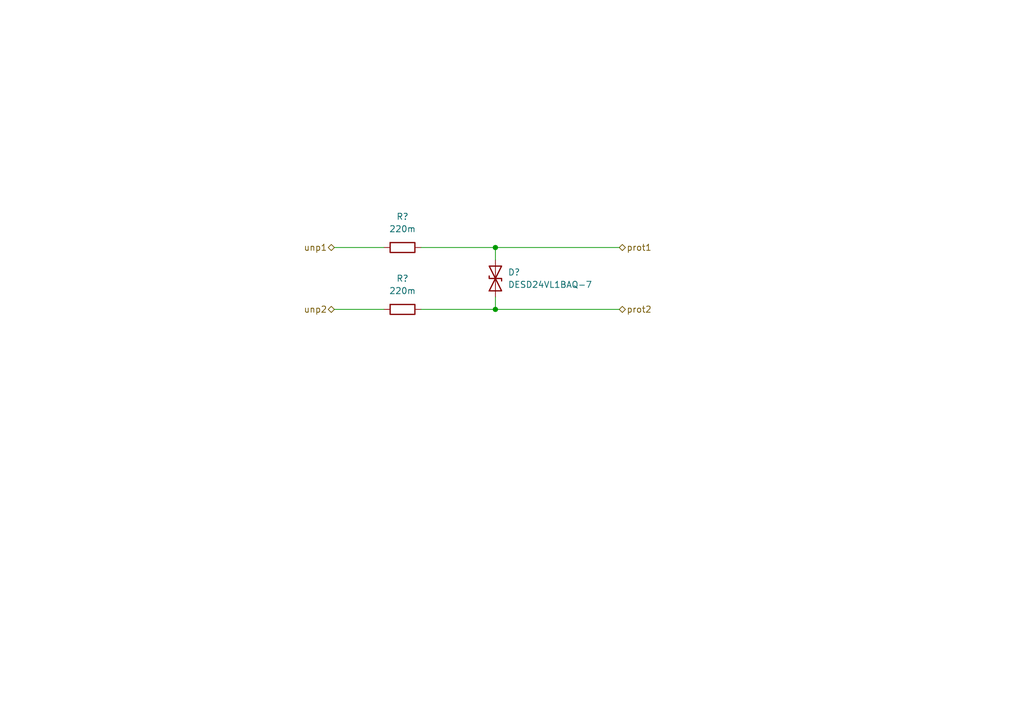
<source format=kicad_sch>
(kicad_sch (version 20250114) (generator "eeschema") (generator_version "9.0")
  (paper "A5")
  (title_block (title "${Project Title}") (date "2025-04-28") (rev "${Revision}") (comment 1 "${Designed By}"))
  (lib_symbols
    (symbol "Device:D_TVS" (pin_numbers (hide yes)) (pin_names (offset 1.016) (hide yes))
      (property "Reference" "D" (at 0 2.54 0))
      (property "Value" "D_TVS" (at 0 -2.54 0))
      (symbol "D_TVS_0_1"
        (polyline (pts (xy -2.54 1.27) (xy -2.54 -1.27) (xy 2.54 1.27) (xy 2.54 -1.27) (xy -2.54 1.27)) (stroke (width 0.254)))
        (polyline (pts (xy 0.508 1.27) (xy 0 1.27) (xy 0 -1.27) (xy -0.508 -1.27)) (stroke (width 0.254)))
        (polyline (pts (xy 1.27 0) (xy -1.27 0)))
      )
      (symbol "D_TVS_1_1"
        (pin passive line (at -3.81 0 0) (length 2.54) (name "A1") (number "1"))
        (pin passive line (at 3.81 0 180) (length 2.54) (name "A2") (number "2"))
      )
    )
    (symbol "Device:R" (pin_numbers (hide yes)) (pin_names (offset 0))
      (property "Reference" "R" (at 2.032 0 90))
      (property "Value" "R" (at 0 0 90))
      (symbol "R_0_1"
        (rectangle (start -1.016 -2.54) (end 1.016 2.54) (stroke (width 0.254)))
      )
      (symbol "R_1_1"
        (pin passive line (at 0 3.81 270) (length 1.27) (name "~") (number "1"))
        (pin passive line (at 0 -3.81 90) (length 1.27) (name "~") (number "2"))
      )
    )
  )
  (junction (at 101.6 50.8))
  (junction (at 101.6 63.5))
  (wire (pts (xy 101.6 60.96) (xy 101.6 63.5)))
  (wire (pts (xy 78.74 63.5) (xy 68.58 63.5)))
  (wire (pts (xy 68.58 50.8) (xy 78.74 50.8)))
  (wire (pts (xy 86.36 50.8) (xy 101.6 50.8)))
  (wire (pts (xy 101.6 50.8) (xy 101.6 53.34)))
  (wire (pts (xy 101.6 63.5) (xy 127 63.5)))
  (wire (pts (xy 101.6 63.5) (xy 86.36 63.5)))
  (wire (pts (xy 101.6 50.8) (xy 127 50.8)))
  (hierarchical_label "unp1" (shape bidirectional) (at 68.58 50.8 180))
  (hierarchical_label "prot1" (shape bidirectional) (at 127 50.8 0))
  (hierarchical_label "prot2" (shape bidirectional) (at 127 63.5 0))
  (hierarchical_label "unp2" (shape bidirectional) (at 68.58 63.5 180))
  (symbol (lib_id "Device:R") (at 82.55 50.8 90) (unit 1)
    (property "Reference" "R?" (at 82.55 44.45 90))
    (property "Value" "220m" (at 82.55 46.99 90))
    (property "Datasheet" "https://industrial.panasonic.com/cdbs/www-data/pdf/RDN0000/AOA0000C313.pdf" (effects (hide yes)))
    (property "Description" "Resistor" (effects (hide yes)))
    (property "Partnumber" "ERJ-3RQJR22V" (effects (hide yes)))
  )
  (symbol (lib_id "Device:R") (at 82.55 63.5 90) (unit 1)
    (property "Reference" "R?" (at 82.55 57.15 90))
    (property "Value" "220m" (at 82.55 59.69 90))
    (property "Datasheet" "https://industrial.panasonic.com/cdbs/www-data/pdf/RDN0000/AOA0000C313.pdf" (effects (hide yes)))
    (property "Description" "Resistor" (effects (hide yes)))
    (property "Partnumber" "ERJ-3RQJR22V" (effects (hide yes)))
  )
  (symbol (lib_id "Device:D_TVS") (at 101.6 57.15 90) (unit 1)
    (property "Reference" "D?" (at 104.14 55.8799 90) (effects (justify right)))
    (property "Value" "DESD24VL1BAQ-7" (at 104.14 58.4199 90) (effects (justify right)))
    (property "Datasheet" "https://nl.mouser.com/datasheet/2/115/DESD3V3L1BAQ_DESD24VL1BAQ-3103439.pdf" (effects (hide yes)))
    (property "Description" "Bidirectional transient-voltage-suppression diode" (effects (hide yes)))
    (property "Partnumber" "DESD24VL1BAQ-7 " (effects (hide yes)))
  )
)
</source>
